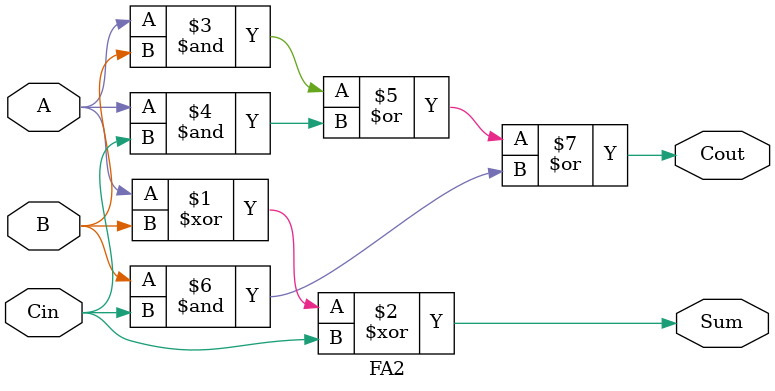
<source format=v>
`timescale 1ns / 1ps


module FA2(
    input A,B,Cin,
    output Sum,Cout
    );
    
    wire S1,T1,T2,T3;
    assign Sum=A^B^Cin;
    assign Cout=A&B|A&Cin|B&Cin;

endmodule

</source>
